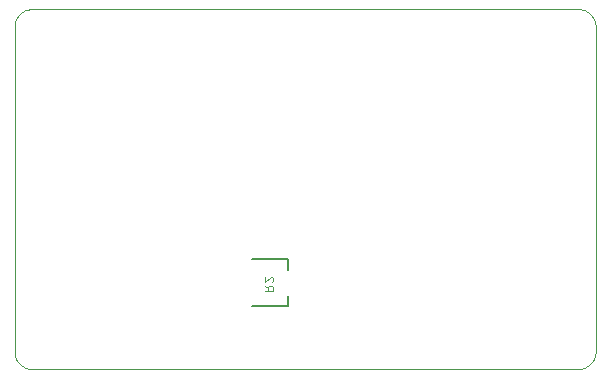
<source format=gbo>
G75*
G70*
%OFA0B0*%
%FSLAX24Y24*%
%IPPOS*%
%LPD*%
%AMOC8*
5,1,8,0,0,1.08239X$1,22.5*
%
%ADD10C,0.0000*%
%ADD11C,0.0080*%
%ADD12C,0.0030*%
D10*
X004225Y003191D02*
X004225Y014006D01*
X004227Y014052D01*
X004232Y014098D01*
X004241Y014144D01*
X004254Y014189D01*
X004270Y014232D01*
X004289Y014274D01*
X004312Y014315D01*
X004338Y014353D01*
X004367Y014390D01*
X004398Y014424D01*
X004432Y014455D01*
X004469Y014484D01*
X004507Y014510D01*
X004548Y014533D01*
X004590Y014552D01*
X004633Y014568D01*
X004678Y014581D01*
X004724Y014590D01*
X004770Y014595D01*
X004816Y014597D01*
X004816Y014596D02*
X023005Y014596D01*
X023005Y014597D02*
X023051Y014595D01*
X023097Y014590D01*
X023143Y014581D01*
X023188Y014568D01*
X023231Y014552D01*
X023273Y014533D01*
X023314Y014510D01*
X023352Y014484D01*
X023389Y014455D01*
X023423Y014424D01*
X023454Y014390D01*
X023483Y014353D01*
X023509Y014315D01*
X023532Y014274D01*
X023551Y014232D01*
X023567Y014189D01*
X023580Y014144D01*
X023589Y014098D01*
X023594Y014052D01*
X023596Y014006D01*
X023595Y014006D02*
X023595Y003191D01*
X023596Y003191D02*
X023594Y003145D01*
X023589Y003099D01*
X023580Y003053D01*
X023567Y003008D01*
X023551Y002965D01*
X023532Y002923D01*
X023509Y002882D01*
X023483Y002844D01*
X023454Y002807D01*
X023423Y002773D01*
X023389Y002742D01*
X023352Y002713D01*
X023314Y002687D01*
X023273Y002664D01*
X023231Y002645D01*
X023188Y002629D01*
X023143Y002616D01*
X023097Y002607D01*
X023051Y002602D01*
X023005Y002600D01*
X004816Y002600D01*
X004770Y002602D01*
X004724Y002607D01*
X004678Y002616D01*
X004633Y002629D01*
X004590Y002645D01*
X004548Y002664D01*
X004507Y002687D01*
X004469Y002713D01*
X004432Y002742D01*
X004398Y002773D01*
X004367Y002807D01*
X004338Y002844D01*
X004312Y002882D01*
X004289Y002923D01*
X004270Y002965D01*
X004254Y003008D01*
X004241Y003053D01*
X004232Y003099D01*
X004227Y003145D01*
X004225Y003191D01*
D11*
X012125Y004685D02*
X013355Y004685D01*
X013355Y005041D01*
X013355Y005909D02*
X013355Y006265D01*
X012125Y006265D01*
D12*
X012565Y005678D02*
X012565Y005485D01*
X012758Y005678D01*
X012807Y005678D01*
X012855Y005630D01*
X012855Y005533D01*
X012807Y005485D01*
X012807Y005383D02*
X012710Y005383D01*
X012662Y005335D01*
X012662Y005190D01*
X012662Y005287D02*
X012565Y005383D01*
X012565Y005190D02*
X012855Y005190D01*
X012855Y005335D01*
X012807Y005383D01*
M02*

</source>
